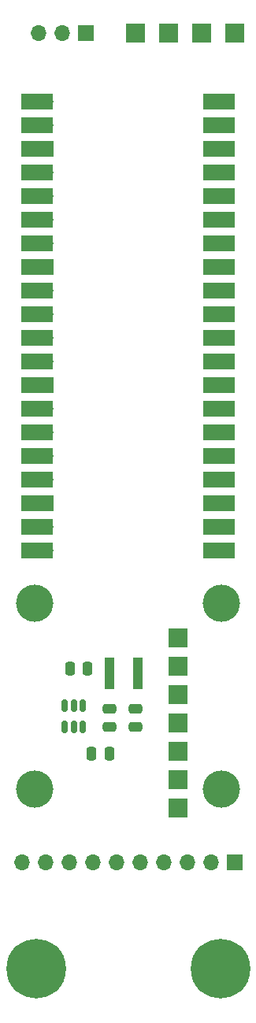
<source format=gbr>
%TF.GenerationSoftware,KiCad,Pcbnew,7.0.8*%
%TF.CreationDate,2024-06-20T15:13:37-04:00*%
%TF.ProjectId,P2,50322e6b-6963-4616-945f-706362585858,rev?*%
%TF.SameCoordinates,Original*%
%TF.FileFunction,Soldermask,Top*%
%TF.FilePolarity,Negative*%
%FSLAX46Y46*%
G04 Gerber Fmt 4.6, Leading zero omitted, Abs format (unit mm)*
G04 Created by KiCad (PCBNEW 7.0.8) date 2024-06-20 15:13:37*
%MOMM*%
%LPD*%
G01*
G04 APERTURE LIST*
G04 Aperture macros list*
%AMRoundRect*
0 Rectangle with rounded corners*
0 $1 Rounding radius*
0 $2 $3 $4 $5 $6 $7 $8 $9 X,Y pos of 4 corners*
0 Add a 4 corners polygon primitive as box body*
4,1,4,$2,$3,$4,$5,$6,$7,$8,$9,$2,$3,0*
0 Add four circle primitives for the rounded corners*
1,1,$1+$1,$2,$3*
1,1,$1+$1,$4,$5*
1,1,$1+$1,$6,$7*
1,1,$1+$1,$8,$9*
0 Add four rect primitives between the rounded corners*
20,1,$1+$1,$2,$3,$4,$5,0*
20,1,$1+$1,$4,$5,$6,$7,0*
20,1,$1+$1,$6,$7,$8,$9,0*
20,1,$1+$1,$8,$9,$2,$3,0*%
G04 Aperture macros list end*
%ADD10C,0.800000*%
%ADD11C,6.400000*%
%ADD12R,1.700000X1.700000*%
%ADD13O,1.700000X1.700000*%
%ADD14RoundRect,0.110000X-0.440000X-1.590000X0.440000X-1.590000X0.440000X1.590000X-0.440000X1.590000X0*%
%ADD15R,3.500000X1.700000*%
%ADD16C,4.000000*%
%ADD17R,2.000000X2.000000*%
%ADD18RoundRect,0.250000X-0.250000X-0.475000X0.250000X-0.475000X0.250000X0.475000X-0.250000X0.475000X0*%
%ADD19RoundRect,0.150000X0.150000X-0.512500X0.150000X0.512500X-0.150000X0.512500X-0.150000X-0.512500X0*%
%ADD20RoundRect,0.250000X-0.475000X0.250000X-0.475000X-0.250000X0.475000X-0.250000X0.475000X0.250000X0*%
G04 APERTURE END LIST*
D10*
%TO.C,H6*%
X159766000Y-132982000D03*
X161463056Y-137079056D03*
X161463056Y-133684944D03*
X162166000Y-135382000D03*
D11*
X159766000Y-135382000D03*
D10*
X159766000Y-137782000D03*
X158068944Y-133684944D03*
X158068944Y-137079056D03*
X157366000Y-135382000D03*
%TD*%
%TO.C,H5*%
X139954000Y-132982000D03*
X141651056Y-137079056D03*
X141651056Y-133684944D03*
X142354000Y-135382000D03*
D11*
X139954000Y-135382000D03*
D10*
X139954000Y-137782000D03*
X138256944Y-133684944D03*
X138256944Y-137079056D03*
X137554000Y-135382000D03*
%TD*%
D12*
%TO.C,MPU-9250-Breakout1*%
X161290000Y-123952000D03*
D13*
X158750000Y-123952000D03*
X156210000Y-123952000D03*
X153670000Y-123952000D03*
X151130000Y-123952000D03*
X148590000Y-123952000D03*
X146050000Y-123952000D03*
X143510000Y-123952000D03*
X140970000Y-123952000D03*
X138430000Y-123952000D03*
%TD*%
D14*
%TO.C,L1*%
X147876000Y-103632000D03*
X150876000Y-103632000D03*
%TD*%
D13*
%TO.C,U1*%
X140970000Y-42164000D03*
D15*
X140070000Y-42164000D03*
D13*
X140970000Y-44704000D03*
D15*
X140070000Y-44704000D03*
D12*
X140970000Y-47244000D03*
D15*
X140070000Y-47244000D03*
D13*
X140970000Y-49784000D03*
D15*
X140070000Y-49784000D03*
D13*
X140970000Y-52324000D03*
D15*
X140070000Y-52324000D03*
D13*
X140970000Y-54864000D03*
D15*
X140070000Y-54864000D03*
D13*
X140970000Y-57404000D03*
D15*
X140070000Y-57404000D03*
D12*
X140970000Y-59944000D03*
D15*
X140070000Y-59944000D03*
D13*
X140970000Y-62484000D03*
D15*
X140070000Y-62484000D03*
D13*
X140970000Y-65024000D03*
D15*
X140070000Y-65024000D03*
D13*
X140970000Y-67564000D03*
D15*
X140070000Y-67564000D03*
D13*
X140970000Y-70104000D03*
D15*
X140070000Y-70104000D03*
D12*
X140970000Y-72644000D03*
D15*
X140070000Y-72644000D03*
D13*
X140970000Y-75184000D03*
D15*
X140070000Y-75184000D03*
D13*
X140970000Y-77724000D03*
D15*
X140070000Y-77724000D03*
D13*
X140970000Y-80264000D03*
D15*
X140070000Y-80264000D03*
D13*
X140970000Y-82804000D03*
D15*
X140070000Y-82804000D03*
D12*
X140970000Y-85344000D03*
D15*
X140070000Y-85344000D03*
D13*
X140970000Y-87884000D03*
D15*
X140070000Y-87884000D03*
D13*
X140970000Y-90424000D03*
D15*
X140070000Y-90424000D03*
D13*
X158750000Y-90424000D03*
D15*
X159650000Y-90424000D03*
D13*
X158750000Y-87884000D03*
D15*
X159650000Y-87884000D03*
D12*
X158750000Y-85344000D03*
D15*
X159650000Y-85344000D03*
D13*
X158750000Y-82804000D03*
D15*
X159650000Y-82804000D03*
D13*
X158750000Y-80264000D03*
D15*
X159650000Y-80264000D03*
D13*
X158750000Y-77724000D03*
D15*
X159650000Y-77724000D03*
D13*
X158750000Y-75184000D03*
D15*
X159650000Y-75184000D03*
D12*
X158750000Y-72644000D03*
D15*
X159650000Y-72644000D03*
D13*
X158750000Y-70104000D03*
D15*
X159650000Y-70104000D03*
D13*
X158750000Y-67564000D03*
D15*
X159650000Y-67564000D03*
D13*
X158750000Y-65024000D03*
D15*
X159650000Y-65024000D03*
D13*
X158750000Y-62484000D03*
D15*
X159650000Y-62484000D03*
D12*
X158750000Y-59944000D03*
D15*
X159650000Y-59944000D03*
D13*
X158750000Y-57404000D03*
D15*
X159650000Y-57404000D03*
D13*
X158750000Y-54864000D03*
D15*
X159650000Y-54864000D03*
D13*
X158750000Y-52324000D03*
D15*
X159650000Y-52324000D03*
D13*
X158750000Y-49784000D03*
D15*
X159650000Y-49784000D03*
D12*
X158750000Y-47244000D03*
D15*
X159650000Y-47244000D03*
D13*
X158750000Y-44704000D03*
D15*
X159650000Y-44704000D03*
D13*
X158750000Y-42164000D03*
D15*
X159650000Y-42164000D03*
%TD*%
D16*
%TO.C,H3*%
X159860000Y-116040000D03*
%TD*%
D17*
%TO.C,ESC1*%
X155194000Y-99822000D03*
X155194000Y-102870000D03*
X155194000Y-105918000D03*
X155194000Y-108966000D03*
X155194000Y-115062000D03*
X155194000Y-112014000D03*
X155194000Y-118110000D03*
%TD*%
D18*
%TO.C,C3*%
X143604000Y-103124000D03*
X145504000Y-103124000D03*
%TD*%
D19*
%TO.C,Regulator1*%
X143068000Y-109341500D03*
X144018000Y-109341500D03*
X144968000Y-109341500D03*
X144968000Y-107066500D03*
X144018000Y-107066500D03*
X143068000Y-107066500D03*
%TD*%
D18*
%TO.C,C2*%
X145928000Y-112268000D03*
X147828000Y-112268000D03*
%TD*%
D16*
%TO.C,H4*%
X139860000Y-116040000D03*
%TD*%
D12*
%TO.C,UART0*%
X145288000Y-34798000D03*
D13*
X142748000Y-34798000D03*
X140208000Y-34798000D03*
%TD*%
D20*
%TO.C,C4*%
X150622000Y-107442000D03*
X150622000Y-109342000D03*
%TD*%
D16*
%TO.C,H1*%
X159860000Y-96040000D03*
%TD*%
D17*
%TO.C,Radio1*%
X161360000Y-34798000D03*
X157734000Y-34798000D03*
X154178000Y-34798000D03*
X150622000Y-34798000D03*
%TD*%
D16*
%TO.C,H2*%
X139860000Y-96040000D03*
%TD*%
D20*
%TO.C,C5*%
X147828000Y-107442000D03*
X147828000Y-109342000D03*
%TD*%
M02*

</source>
